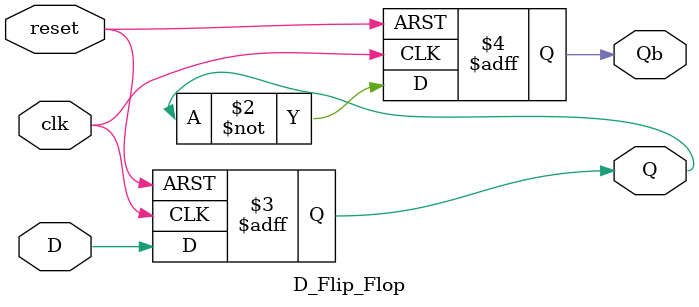
<source format=v>
module D_Flip_Flop(D, reset, clk, Q, Qb);
  input D, reset, clk; 
  output Q, Qb;        
  reg Q, Qb;  
  
  always @(posedge clk,posedge reset) 
  begin
    if (reset) begin   
      Q=0;
       Qb=1;
      end          
    else begin
      Q <= D;          
      Qb <= ~Q;
      end   
  end
endmodule

</source>
